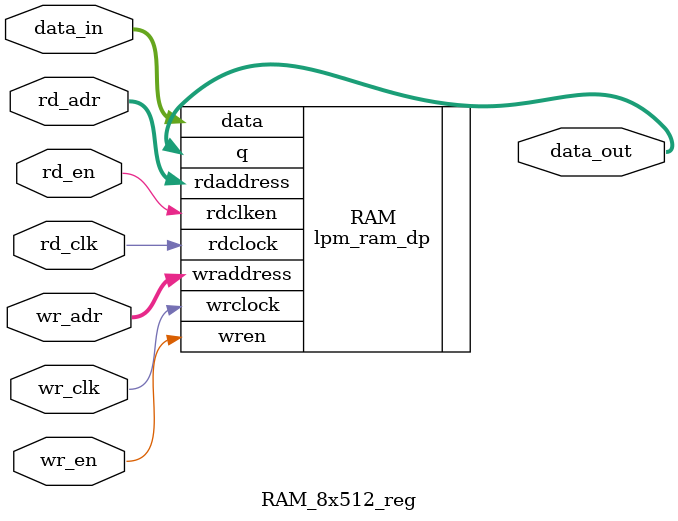
<source format=v>

module RAM_8x512_reg(
	input wr_clk,
	input [8:0] wr_adr,
	input [7:0] data_in,
	input wr_en,

	input rd_clk,
	input [8:0] rd_adr,
	output reg [7:0] data_out,
	input rd_en
);

lpm_ram_dp RAM(
	.wraddress(wr_adr), .data(data_in), .wrclock(wr_clk), .wren(wr_en), 
	.rdaddress(rd_adr), .q  (data_out), .rdclock(rd_clk), .rdclken(rd_en)//.rden(rd_en)
);
defparam
	RAM.lpm_width = 8,
	RAM.lpm_widthad = 9,
	RAM.rd_en_used = "TRUE",
	RAM.lpm_indata = "REGISTERED",
	RAM.lpm_wraddress_control = "REGISTERED",
	RAM.lpm_rdaddress_control = "REGISTERED",
	RAM.lpm_outdata = "REGISTERED",
	RAM.use_eab = "ON";

endmodule

</source>
